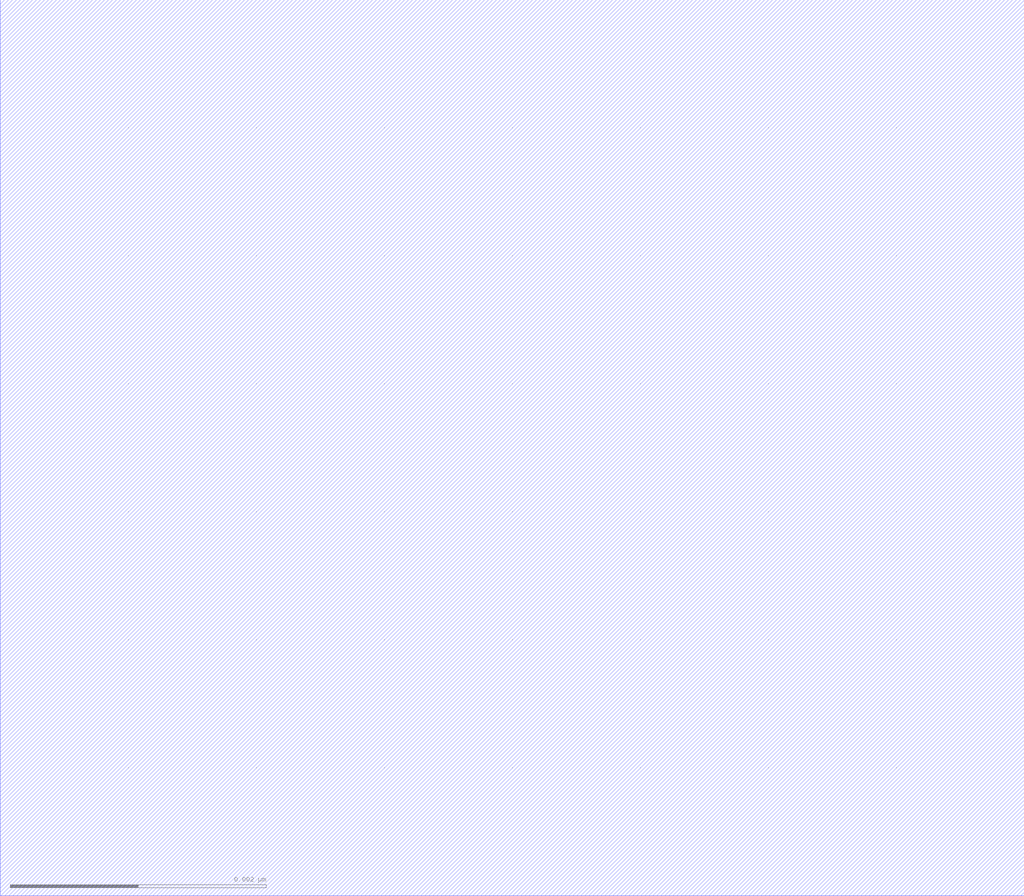
<source format=lef>
VERSION 5.6 ;
BUSBITCHARS "[]" ;
DIVIDERCHAR "/" ;

UNITS
  DATABASE MICRONS 2000 ;
END UNITS

MANUFACTURINGGRID 0.0025 ;

LAYER metal1
  TYPE ROUTING ;
  WIDTH 0.00034 ;
#  SPACING 0.065 ;
  PITCH 0.001 0.0007 ;
  DIRECTION HORIZONTAL ;
#  OFFSET 0.095 0.07 ;
  RESISTANCE RPERSQ 0.38 ;
#  THICKNESS 0.13 ;
  CAPACITANCE CPERSQDIST 20000.00 ;
  EDGECAPACITANCE 26.60 ;
END metal1

LAYER metal2
  TYPE ROUTING ;
  WIDTH 0.00037 ;
#  SPACING 0.07 ;
  PITCH 0.0001 0.0007 ;
  DIRECTION VERTICAL ;
#  OFFSET 0.095 0.07 ;
  RESISTANCE RPERSQ 259.00 ;
#  THICKNESS 0.14 ;
  CAPACITANCE CPERSQDIST 10000.00 ;
  EDGECAPACITANCE 23.15 ;
END metal2

LAYER metal3
  TYPE ROUTING ;
  WIDTH 0.00037 ;
#  SPACING 0.07 ;
  PITCH 0.001 0.0007 ;
  DIRECTION HORIZONTAL ;
#  OFFSET 0.095 0.07 ;
  RESISTANCE RPERSQ 259.00 ;
#  THICKNESS 0.14 ;
  CAPACITANCE CPERSQDIST 10000.00 ;
  EDGECAPACITANCE 23.15 ;
END metal3

SITE B5CSITE
#  SYMMETRY y ;
  CLASS core ;
  SIZE 0.001 BY 0.007 ;
END B5CSITE

MACRO AND2_X1
  ORIGIN 0 0 ;
  SITE B5CSITE ;
  SIZE 0.004 BY 0.007 ;
  PIN VDD
    DIRECTION INOUT ;
    USE power ;
  END VDD
  PIN A
    DIRECTION INPUT ;
  END A
  PIN VSS
    DIRECTION INOUT ;
    USE ground ;
  END VSS
  PIN B
    DIRECTION INPUT ;
  END B
  PIN Y
    DIRECTION OUTPUT ;
  END Y
END AND2_X1

MACRO AND2_X2
  ORIGIN 0 0 ;
  SITE B5CSITE ;
  SIZE 0.004 BY 0.007 ;
  PIN VDD
    DIRECTION INOUT ;
    USE power ;
  END VDD
  PIN A
    DIRECTION INPUT ;
  END A
  PIN VSS
    DIRECTION INOUT ;
    USE ground ;
  END VSS
  PIN B
    DIRECTION INPUT ;
  END B
  PIN Y
    DIRECTION OUTPUT ;
  END Y
END AND2_X2

MACRO AND2_X4
  ORIGIN 0 0 ;
  SITE B5CSITE ;
  SIZE 0.004 BY 0.007 ;
  PIN VDD
    DIRECTION INOUT ;
    USE power ;
  END VDD
  PIN A
    DIRECTION INPUT ;
  END A
  PIN VSS
    DIRECTION INOUT ;
    USE ground ;
  END VSS
  PIN B
    DIRECTION INPUT ;
  END B
  PIN Y
    DIRECTION OUTPUT ;
  END Y
END AND2_X4

MACRO INV_X01
  ORIGIN 0 0 ;
  SITE B5CSITE ;
  SIZE 0.002 BY 0.007 ;
  PIN A
    DIRECTION INPUT ;
  END A
  PIN VDD
    DIRECTION INOUT ;
    USE power ;
  END VDD
  PIN VSS
    DIRECTION INOUT ;
    USE ground ;
  END VSS
  PIN Y
    DIRECTION OUTPUT ;
  END Y
END INV_X01

MACRO INV_X02
  ORIGIN 0 0 ;
  SITE B5CSITE ;
  SIZE 0.002 BY 0.007 ;
  PIN A
    DIRECTION INPUT ;
  END A
  PIN VDD
    DIRECTION INOUT ;
    USE power ;
  END VDD
  PIN VSS
    DIRECTION INOUT ;
    USE ground ;
  END VSS
  PIN Y
    DIRECTION OUTPUT ;
  END Y
END INV_X02

MACRO INV_X04
  ORIGIN 0 0 ;
  SITE B5CSITE ;
  SIZE 0.002 BY 0.007 ;
  PIN A
    DIRECTION INPUT ;
  END A
  PIN VDD
    DIRECTION INOUT ;
    USE power ;
  END VDD
  PIN VSS
    DIRECTION INOUT ;
    USE ground ;
  END VSS
  PIN Y
    DIRECTION OUTPUT ;
  END Y
END INV_X04

MACRO INV_X08
  ORIGIN 0 0 ;
  SITE B5CSITE ;
  SIZE 0.003 BY 0.007 ;
  PIN A
    DIRECTION INPUT ;
  END A
  PIN VDD
    DIRECTION INOUT ;
    USE power ;
  END VDD
  PIN VSS
    DIRECTION INOUT ;
    USE ground ;
  END VSS
  PIN Y
    DIRECTION OUTPUT ;
  END Y
END INV_X08

MACRO INV_X16
  ORIGIN 0 0 ;
  SITE B5CSITE ;
  SIZE 0.005 BY 0.007 ;
  PIN A
    DIRECTION INPUT ;
  END A
  PIN VDD
    DIRECTION INOUT ;
    USE power ;
  END VDD
  PIN VSS
    DIRECTION INOUT ;
    USE ground ;
  END VSS
  PIN Y
    DIRECTION OUTPUT ;
  END Y
END INV_X16

MACRO INV_X32
  ORIGIN 0 0 ;
  SITE B5CSITE ;
  SIZE 0.008 BY 0.007 ;
  PIN A
    DIRECTION INPUT ;
  END A
  PIN VDD
    DIRECTION INOUT ;
    USE power ;
  END VDD
  PIN VSS
    DIRECTION INOUT ;
    USE ground ;
  END VSS
  PIN Y
    DIRECTION OUTPUT ;
  END Y
END INV_X32

MACRO NAND2_X1
  ORIGIN 0 0 ;
  SITE B5CSITE ;
  SIZE 0.003 BY 0.007 ;
  PIN VDD
    DIRECTION INOUT ;
    USE power ;
  END VDD
  PIN A
    DIRECTION INPUT ;
  END A
  PIN VSS
    DIRECTION INOUT ;
    USE ground ;
  END VSS
  PIN B
    DIRECTION INPUT ;
  END B
  PIN Y
    DIRECTION OUTPUT ;
  END Y
END NAND2_X1

MACRO NAND2_X2
  ORIGIN 0 0 ;
  SITE B5CSITE ;
  SIZE 0.003 BY 0.007 ;
  PIN VDD
    DIRECTION INOUT ;
    USE power ;
  END VDD
  PIN A
    DIRECTION INPUT ;
  END A
  PIN VSS
    DIRECTION INOUT ;
    USE ground ;
  END VSS
  PIN B
    DIRECTION INPUT ;
  END B
  PIN Y
    DIRECTION OUTPUT ;
  END Y
END NAND2_X2

MACRO NAND2_X4
  ORIGIN 0 0 ;
  SITE B5CSITE ;
  SIZE 0.005 BY 0.007 ;
  PIN VDD
    DIRECTION INOUT ;
    USE power ;
  END VDD
  PIN A
    DIRECTION INPUT ;
  END A
  PIN VSS
    DIRECTION INOUT ;
    USE ground ;
  END VSS
  PIN B
    DIRECTION INPUT ;
  END B
  PIN Y
    DIRECTION OUTPUT ;
  END Y
END NAND2_X4

MACRO OR2_X1
  ORIGIN 0 0 ;
  SITE B5CSITE ;
  SIZE 0.004 BY 0.007 ;
  PIN VDD
    DIRECTION INOUT ;
    USE power ;
  END VDD
  PIN A
    DIRECTION INPUT ;
  END A
  PIN VSS
    DIRECTION INOUT ;
    USE ground ;
  END VSS
  PIN B
    DIRECTION INPUT ;
  END B
  PIN Y
    DIRECTION OUTPUT ;
  END Y
END OR2_X1

MACRO OR2_X2
  ORIGIN 0 0 ;
  SITE B5CSITE ;
  SIZE 0.004 BY 0.007 ;
  PIN VDD
    DIRECTION INOUT ;
    USE power ;
  END VDD
  PIN A
    DIRECTION INPUT ;
  END A
  PIN VSS
    DIRECTION INOUT ;
    USE ground ;
  END VSS
  PIN B
    DIRECTION INPUT ;
  END B
  PIN Y
    DIRECTION OUTPUT ;
  END Y
END OR2_X2

MACRO OR2_X4
  ORIGIN 0 0 ;
  SITE B5CSITE ;
  SIZE 0.004 BY 0.007 ;
  PIN VDD
    DIRECTION INOUT ;
    USE power ;
  END VDD
  PIN A
    DIRECTION INPUT ;
  END A
  PIN VSS
    DIRECTION INOUT ;
    USE ground ;
  END VSS
  PIN B
    DIRECTION INPUT ;
  END B
  PIN Y
    DIRECTION OUTPUT ;
  END Y
END OR2_X4

END LIBRARY
#
# End of file
#

</source>
